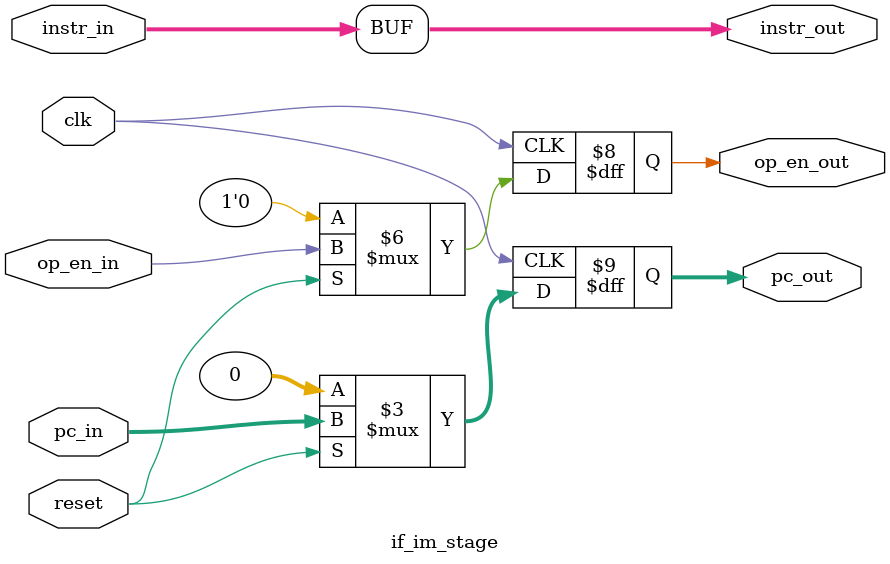
<source format=sv>

module if_im_stage(
  input clk, 
  input reset,
  
  input [0:0] op_en_in,
  output reg [0:0] op_en_out,
 
  input [31:0] pc_in,
  output reg [31:0] pc_out,

  input [31:0] instr_in,
  output [31:0] instr_out
); 

  assign instr_out = instr_in;

  always_ff @(posedge clk) begin
    if (reset) begin
      op_en_out <= op_en_in;
      pc_out <= pc_in;
    end 
    else begin
      op_en_out <= 1'b0;
      pc_out <= 32'b0;
    end
  end
 
endmodule // control_unit


</source>
